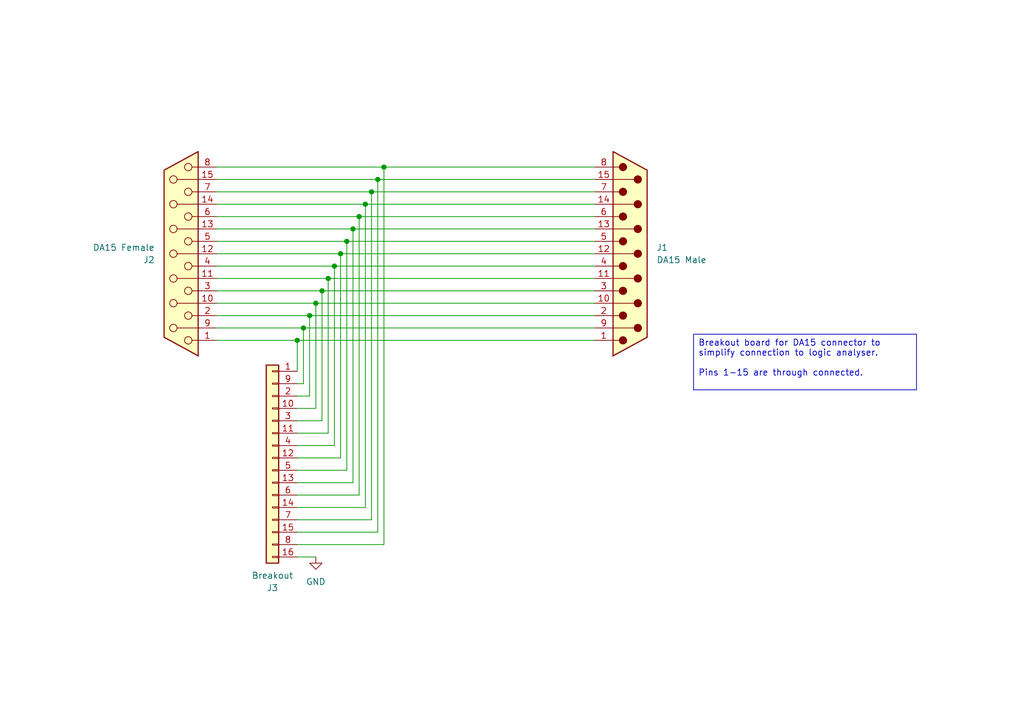
<source format=kicad_sch>
(kicad_sch (version 20250114) (generator "eeschema") (generator_version "9.0")
  (paper "A5")
  (title_block (title "DA15 Breakout for Logic Analyser") (date "29/DEC/2025") (rev "A") (company "Brett Hallen"))
  (lib_symbols
    (symbol "Connector:DA15_Pins" (pin_names (offset 1.016) (hide yes))
      (property "Reference" "J" (at 0.508 21.59 0))
      (property "Value" "DA15_Pins" (at 0 -22.225 0))
      (symbol "DA15_Pins_0_1"
        (polyline (pts (xy -3.81 17.78) (xy -2.54 17.78)))
        (polyline (pts (xy -3.81 15.24) (xy 0.508 15.24)))
        (polyline (pts (xy -3.81 12.7) (xy -2.54 12.7)))
        (polyline (pts (xy -3.81 10.16) (xy 0.508 10.16)))
        (polyline (pts (xy -3.81 7.62) (xy -2.54 7.62)))
        (polyline (pts (xy -3.81 5.08) (xy 0.508 5.08)))
        (polyline (pts (xy -3.81 2.54) (xy -2.54 2.54)))
        (polyline (pts (xy -3.81 0) (xy 0.508 0)))
        (polyline (pts (xy -3.81 -2.54) (xy -2.54 -2.54)))
        (polyline (pts (xy -3.81 -5.08) (xy 0.508 -5.08)))
        (polyline (pts (xy -3.81 -7.62) (xy -2.54 -7.62)))
        (polyline (pts (xy -3.81 -10.16) (xy 0.508 -10.16)))
        (polyline (pts (xy -3.81 -12.7) (xy -2.54 -12.7)))
        (polyline (pts (xy -3.81 -15.24) (xy 0.508 -15.24)))
        (polyline (pts (xy -3.81 -17.78) (xy -2.54 -17.78)))
        (polyline (pts (xy -3.81 -20.955) (xy 3.175 -17.145) (xy 3.175 17.145) (xy -3.81 20.955) (xy -3.81 -20.955)) (stroke (width 0.254)) (fill (type background)))
        (circle (center -1.778 17.78) (radius 0.762) (fill (type outline)))
        (circle (center -1.778 12.7) (radius 0.762) (fill (type outline)))
        (circle (center -1.778 7.62) (radius 0.762) (fill (type outline)))
        (circle (center -1.778 2.54) (radius 0.762) (fill (type outline)))
        (circle (center -1.778 -2.54) (radius 0.762) (fill (type outline)))
        (circle (center -1.778 -7.62) (radius 0.762) (fill (type outline)))
        (circle (center -1.778 -12.7) (radius 0.762) (fill (type outline)))
        (circle (center -1.778 -17.78) (radius 0.762) (fill (type outline)))
        (circle (center 1.27 15.24) (radius 0.762) (fill (type outline)))
        (circle (center 1.27 10.16) (radius 0.762) (fill (type outline)))
        (circle (center 1.27 5.08) (radius 0.762) (fill (type outline)))
        (circle (center 1.27 0) (radius 0.762) (fill (type outline)))
        (circle (center 1.27 -5.08) (radius 0.762) (fill (type outline)))
        (circle (center 1.27 -10.16) (radius 0.762) (fill (type outline)))
        (circle (center 1.27 -15.24) (radius 0.762) (fill (type outline)))
      )
      (symbol "DA15_Pins_1_1"
        (pin passive line (at -7.62 17.78 0) (length 3.81) (name "8") (number "8"))
        (pin passive line (at -7.62 15.24 0) (length 3.81) (name "P15") (number "15"))
        (pin passive line (at -7.62 12.7 0) (length 3.81) (name "7") (number "7"))
        (pin passive line (at -7.62 10.16 0) (length 3.81) (name "P14") (number "14"))
        (pin passive line (at -7.62 7.62 0) (length 3.81) (name "6") (number "6"))
        (pin passive line (at -7.62 5.08 0) (length 3.81) (name "P13") (number "13"))
        (pin passive line (at -7.62 2.54 0) (length 3.81) (name "5") (number "5"))
        (pin passive line (at -7.62 0 0) (length 3.81) (name "P12") (number "12"))
        (pin passive line (at -7.62 -2.54 0) (length 3.81) (name "4") (number "4"))
        (pin passive line (at -7.62 -5.08 0) (length 3.81) (name "P111") (number "11"))
        (pin passive line (at -7.62 -7.62 0) (length 3.81) (name "3") (number "3"))
        (pin passive line (at -7.62 -10.16 0) (length 3.81) (name "P10") (number "10"))
        (pin passive line (at -7.62 -12.7 0) (length 3.81) (name "2") (number "2"))
        (pin passive line (at -7.62 -15.24 0) (length 3.81) (name "P9") (number "9"))
        (pin passive line (at -7.62 -17.78 0) (length 3.81) (name "1") (number "1"))
      )
    )
    (symbol "Connector:DA15_Socket" (pin_names (offset 1.016) (hide yes))
      (property "Reference" "J" (at 0.508 21.59 0))
      (property "Value" "DA15_Socket" (at 0 -22.225 0))
      (symbol "DA15_Socket_0_1"
        (polyline (pts (xy -3.81 20.955) (xy 3.175 17.145) (xy 3.175 -17.145) (xy -3.81 -20.955) (xy -3.81 20.955)) (stroke (width 0.254)) (fill (type background)))
        (polyline (pts (xy -3.81 17.78) (xy -2.54 17.78)))
        (polyline (pts (xy -3.81 15.24) (xy 0.508 15.24)))
        (polyline (pts (xy -3.81 12.7) (xy -2.54 12.7)))
        (polyline (pts (xy -3.81 10.16) (xy 0.508 10.16)))
        (polyline (pts (xy -3.81 7.62) (xy -2.54 7.62)))
        (polyline (pts (xy -3.81 5.08) (xy 0.508 5.08)))
        (polyline (pts (xy -3.81 2.54) (xy -2.54 2.54)))
        (polyline (pts (xy -3.81 0) (xy 0.508 0)))
        (polyline (pts (xy -3.81 -2.54) (xy -2.54 -2.54)))
        (polyline (pts (xy -3.81 -5.08) (xy 0.508 -5.08)))
        (polyline (pts (xy -3.81 -7.62) (xy -2.54 -7.62)))
        (polyline (pts (xy -3.81 -10.16) (xy 0.508 -10.16)))
        (polyline (pts (xy -3.81 -12.7) (xy -2.54 -12.7)))
        (polyline (pts (xy -3.81 -15.24) (xy 0.508 -15.24)))
        (polyline (pts (xy -3.81 -17.78) (xy -2.54 -17.78)))
        (circle (center -1.778 17.78) (radius 0.762))
        (circle (center -1.778 12.7) (radius 0.762))
        (circle (center -1.778 7.62) (radius 0.762))
        (circle (center -1.778 2.54) (radius 0.762))
        (circle (center -1.778 -2.54) (radius 0.762))
        (circle (center -1.778 -7.62) (radius 0.762))
        (circle (center -1.778 -12.7) (radius 0.762))
        (circle (center -1.778 -17.78) (radius 0.762))
        (circle (center 1.27 15.24) (radius 0.762))
        (circle (center 1.27 10.16) (radius 0.762))
        (circle (center 1.27 5.08) (radius 0.762))
        (circle (center 1.27 0) (radius 0.762))
        (circle (center 1.27 -5.08) (radius 0.762))
        (circle (center 1.27 -10.16) (radius 0.762))
        (circle (center 1.27 -15.24) (radius 0.762))
      )
      (symbol "DA15_Socket_1_1"
        (pin passive line (at -7.62 17.78 0) (length 3.81) (name "1") (number "1"))
        (pin passive line (at -7.62 15.24 0) (length 3.81) (name "P9") (number "9"))
        (pin passive line (at -7.62 12.7 0) (length 3.81) (name "2") (number "2"))
        (pin passive line (at -7.62 10.16 0) (length 3.81) (name "P10") (number "10"))
        (pin passive line (at -7.62 7.62 0) (length 3.81) (name "3") (number "3"))
        (pin passive line (at -7.62 5.08 0) (length 3.81) (name "P111") (number "11"))
        (pin passive line (at -7.62 2.54 0) (length 3.81) (name "4") (number "4"))
        (pin passive line (at -7.62 0 0) (length 3.81) (name "P12") (number "12"))
        (pin passive line (at -7.62 -2.54 0) (length 3.81) (name "5") (number "5"))
        (pin passive line (at -7.62 -5.08 0) (length 3.81) (name "P13") (number "13"))
        (pin passive line (at -7.62 -7.62 0) (length 3.81) (name "6") (number "6"))
        (pin passive line (at -7.62 -10.16 0) (length 3.81) (name "P14") (number "14"))
        (pin passive line (at -7.62 -12.7 0) (length 3.81) (name "7") (number "7"))
        (pin passive line (at -7.62 -15.24 0) (length 3.81) (name "P15") (number "15"))
        (pin passive line (at -7.62 -17.78 0) (length 3.81) (name "8") (number "8"))
      )
    )
    (symbol "Connector_Generic:Conn_01x16" (pin_names (offset 1.016) (hide yes))
      (property "Reference" "J3" (at 0 -26.67 0))
      (property "Value" "Breakout" (at 0 -24.13 0))
      (symbol "Conn_01x16_1_1"
        (rectangle (start -1.27 19.05) (end 1.27 -21.59) (stroke (width 0.254)) (fill (type background)))
        (rectangle (start -1.27 17.907) (end 0 17.653) (stroke (width 0.1524)))
        (rectangle (start -1.27 15.367) (end 0 15.113) (stroke (width 0.1524)))
        (rectangle (start -1.27 12.827) (end 0 12.573) (stroke (width 0.1524)))
        (rectangle (start -1.27 10.287) (end 0 10.033) (stroke (width 0.1524)))
        (rectangle (start -1.27 7.747) (end 0 7.493) (stroke (width 0.1524)))
        (rectangle (start -1.27 5.207) (end 0 4.953) (stroke (width 0.1524)))
        (rectangle (start -1.27 2.667) (end 0 2.413) (stroke (width 0.1524)))
        (rectangle (start -1.27 0.127) (end 0 -0.127) (stroke (width 0.1524)))
        (rectangle (start -1.27 -2.413) (end 0 -2.667) (stroke (width 0.1524)))
        (rectangle (start -1.27 -4.953) (end 0 -5.207) (stroke (width 0.1524)))
        (rectangle (start -1.27 -7.493) (end 0 -7.747) (stroke (width 0.1524)))
        (rectangle (start -1.27 -10.033) (end 0 -10.287) (stroke (width 0.1524)))
        (rectangle (start -1.27 -12.573) (end 0 -12.827) (stroke (width 0.1524)))
        (rectangle (start -1.27 -15.113) (end 0 -15.367) (stroke (width 0.1524)))
        (rectangle (start -1.27 -17.653) (end 0 -17.907) (stroke (width 0.1524)))
        (rectangle (start -1.27 -20.193) (end 0 -20.447) (stroke (width 0.1524)))
        (pin passive line (at -5.08 17.78 0) (length 3.81) (name "Pin_1") (number "1"))
        (pin passive line (at -5.08 15.24 0) (length 3.81) (name "Pin_2") (number "9"))
        (pin passive line (at -5.08 12.7 0) (length 3.81) (name "Pin_3") (number "2"))
        (pin passive line (at -5.08 10.16 0) (length 3.81) (name "Pin_4") (number "10"))
        (pin passive line (at -5.08 7.62 0) (length 3.81) (name "Pin_5") (number "3"))
        (pin passive line (at -5.08 5.08 0) (length 3.81) (name "Pin_6") (number "11"))
        (pin passive line (at -5.08 2.54 0) (length 3.81) (name "Pin_7") (number "4"))
        (pin passive line (at -5.08 0 0) (length 3.81) (name "Pin_8") (number "12"))
        (pin passive line (at -5.08 -2.54 0) (length 3.81) (name "Pin_9") (number "5"))
        (pin passive line (at -5.08 -5.08 0) (length 3.81) (name "Pin_10") (number "13"))
        (pin passive line (at -5.08 -7.62 0) (length 3.81) (name "Pin_11") (number "6"))
        (pin passive line (at -5.08 -10.16 0) (length 3.81) (name "Pin_12") (number "14"))
        (pin passive line (at -5.08 -12.7 0) (length 3.81) (name "Pin_13") (number "7"))
        (pin passive line (at -5.08 -15.24 0) (length 3.81) (name "Pin_14") (number "15"))
        (pin passive line (at -5.08 -17.78 0) (length 3.81) (name "Pin_15") (number "8"))
        (pin passive line (at -5.08 -20.32 0) (length 3.81) (name "Pin_16") (number "16"))
      )
    )
    (symbol "power:GND" (power) (pin_numbers (hide yes)) (pin_names (offset 0) (hide yes))
      (property "Value" "GND" (at 0 -3.81 0))
      (symbol "GND_0_1"
        (polyline (pts (xy 0 0) (xy 0 -1.27) (xy 1.27 -1.27) (xy 0 -2.54) (xy -1.27 -1.27) (xy 0 -1.27)))
      )
      (symbol "GND_1_1"
        (pin power_in line (at 0 0 270) (length 0) (name "~") (number "1"))
      )
    )
  )
  (text_box "Breakout board for DA15 connector to simplify connection to logic analyser.\n\nPins 1-15 are through connected." (at 142.24 68.58 0) (size 45.72 11.43) (margins 0.9525 0.9525 0.9525 0.9525) (effects (font (size 1.27 1.27)) (justify left top)))
  (junction (at 74.93 41.91))
  (junction (at 66.04 59.69))
  (junction (at 64.77 62.23))
  (junction (at 67.31 57.15))
  (junction (at 73.66 44.45))
  (junction (at 60.96 69.85))
  (junction (at 63.5 64.77))
  (junction (at 62.23 67.31))
  (junction (at 68.58 54.61))
  (junction (at 71.12 49.53))
  (junction (at 72.39 46.99))
  (junction (at 78.74 34.29))
  (junction (at 77.47 36.83))
  (junction (at 76.2 39.37))
  (junction (at 69.85 52.07))
  (wire (pts (xy 44.45 57.15) (xy 67.31 57.15)))
  (wire (pts (xy 76.2 106.68) (xy 76.2 39.37)))
  (wire (pts (xy 62.23 78.74) (xy 62.23 67.31)))
  (wire (pts (xy 44.45 64.77) (xy 63.5 64.77)))
  (wire (pts (xy 44.45 54.61) (xy 68.58 54.61)))
  (wire (pts (xy 67.31 57.15) (xy 121.92 57.15)))
  (wire (pts (xy 60.96 111.76) (xy 78.74 111.76)))
  (wire (pts (xy 60.96 69.85) (xy 60.96 76.2)))
  (wire (pts (xy 60.96 101.6) (xy 73.66 101.6)))
  (wire (pts (xy 64.77 83.82) (xy 64.77 62.23)))
  (wire (pts (xy 73.66 44.45) (xy 121.92 44.45)))
  (wire (pts (xy 73.66 101.6) (xy 73.66 44.45)))
  (wire (pts (xy 44.45 62.23) (xy 64.77 62.23)))
  (wire (pts (xy 67.31 88.9) (xy 67.31 57.15)))
  (wire (pts (xy 44.45 46.99) (xy 72.39 46.99)))
  (wire (pts (xy 71.12 49.53) (xy 121.92 49.53)))
  (wire (pts (xy 69.85 52.07) (xy 121.92 52.07)))
  (wire (pts (xy 66.04 86.36) (xy 66.04 59.69)))
  (wire (pts (xy 60.96 106.68) (xy 76.2 106.68)))
  (wire (pts (xy 63.5 64.77) (xy 121.92 64.77)))
  (wire (pts (xy 64.77 62.23) (xy 121.92 62.23)))
  (wire (pts (xy 60.96 69.85) (xy 121.92 69.85)))
  (wire (pts (xy 60.96 109.22) (xy 77.47 109.22)))
  (wire (pts (xy 78.74 111.76) (xy 78.74 34.29)))
  (wire (pts (xy 60.96 81.28) (xy 63.5 81.28)))
  (wire (pts (xy 60.96 96.52) (xy 71.12 96.52)))
  (wire (pts (xy 74.93 41.91) (xy 121.92 41.91)))
  (wire (pts (xy 60.96 104.14) (xy 74.93 104.14)))
  (wire (pts (xy 60.96 93.98) (xy 69.85 93.98)))
  (wire (pts (xy 78.74 34.29) (xy 121.92 34.29)))
  (wire (pts (xy 74.93 104.14) (xy 74.93 41.91)))
  (wire (pts (xy 44.45 34.29) (xy 78.74 34.29)))
  (wire (pts (xy 44.45 36.83) (xy 77.47 36.83)))
  (wire (pts (xy 62.23 67.31) (xy 121.92 67.31)))
  (wire (pts (xy 77.47 109.22) (xy 77.47 36.83)))
  (wire (pts (xy 60.96 78.74) (xy 62.23 78.74)))
  (wire (pts (xy 72.39 99.06) (xy 72.39 46.99)))
  (wire (pts (xy 44.45 59.69) (xy 66.04 59.69)))
  (wire (pts (xy 44.45 67.31) (xy 62.23 67.31)))
  (wire (pts (xy 44.45 49.53) (xy 71.12 49.53)))
  (wire (pts (xy 66.04 59.69) (xy 121.92 59.69)))
  (wire (pts (xy 64.77 114.3) (xy 60.96 114.3)))
  (wire (pts (xy 44.45 44.45) (xy 73.66 44.45)))
  (wire (pts (xy 60.96 83.82) (xy 64.77 83.82)))
  (wire (pts (xy 60.96 88.9) (xy 67.31 88.9)))
  (wire (pts (xy 60.96 91.44) (xy 68.58 91.44)))
  (wire (pts (xy 68.58 54.61) (xy 121.92 54.61)))
  (wire (pts (xy 60.96 99.06) (xy 72.39 99.06)))
  (wire (pts (xy 44.45 41.91) (xy 74.93 41.91)))
  (wire (pts (xy 68.58 91.44) (xy 68.58 54.61)))
  (wire (pts (xy 72.39 46.99) (xy 121.92 46.99)))
  (wire (pts (xy 69.85 93.98) (xy 69.85 52.07)))
  (wire (pts (xy 77.47 36.83) (xy 121.92 36.83)))
  (wire (pts (xy 63.5 81.28) (xy 63.5 64.77)))
  (wire (pts (xy 44.45 52.07) (xy 69.85 52.07)))
  (wire (pts (xy 60.96 86.36) (xy 66.04 86.36)))
  (wire (pts (xy 44.45 69.85) (xy 60.96 69.85)))
  (wire (pts (xy 44.45 39.37) (xy 76.2 39.37)))
  (wire (pts (xy 76.2 39.37) (xy 121.92 39.37)))
  (wire (pts (xy 71.12 96.52) (xy 71.12 49.53)))
  (symbol (lib_id "Connector_Generic:Conn_01x16") (at 55.88 93.98 0) (mirror y) (unit 1)
    (property "Reference" "J3" (at 55.88 120.65 0))
    (property "Value" "Breakout" (at 55.88 118.11 0))
    (property "Footprint" "Connector_PinHeader_2.54mm:PinHeader_2x08_P2.54mm_Vertical" (effects (hide yes)))
    (property "Description" "Generic connector, single row, 01x16, script generated (kicad-library-utils/schlib/autogen/connector/)" (effects (hide yes)))
  )
  (symbol (lib_id "Connector:DA15_Pins") (at 129.54 52.07 0) (unit 1)
    (property "Reference" "J1" (at 134.62 50.7999 0) (effects (justify left)))
    (property "Value" "DA15 Male" (at 134.62 53.3399 0) (effects (justify left)))
    (property "Footprint" "Connector_Dsub:DSUB-15_Pins_EdgeMount_P2.77mm" (effects (hide yes)))
    (property "Description" "15-pin D-SUB connector, pins (male) (low-density/2 columns)" (effects (hide yes)))
  )
  (symbol (lib_id "power:GND") (at 64.77 114.3 0) (unit 1)
    (property "Reference" "#PWR01" (effects (hide yes)))
    (property "Value" "GND" (at 64.77 119.38 0))
    (property "Description" "Power symbol creates a global label with name \"GND\" , ground" (effects (hide yes)))
  )
  (symbol (lib_id "Connector:DA15_Socket") (at 36.83 52.07 180) (unit 1)
    (property "Reference" "J2" (at 31.75 53.3401 0) (effects (justify left)))
    (property "Value" "DA15 Female" (at 31.75 50.8001 0) (effects (justify left)))
    (property "Footprint" "Connector_Dsub:DSUB-15_Socket_EdgeMount_P2.77mm" (effects (hide yes)))
    (property "Description" "15-pin D-SUB connector, socket (female) (low-density/2 columns)" (effects (hide yes)))
  )
)
</source>
